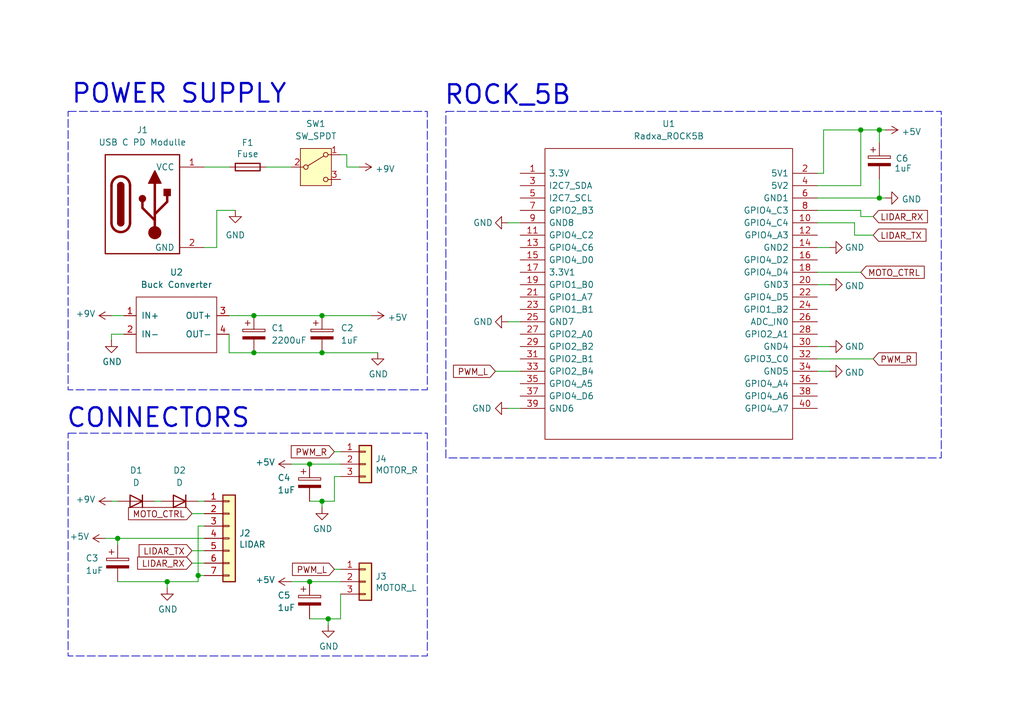
<source format=kicad_sch>
(kicad_sch (version 20231120) (generator "eeschema") (generator_version "8.0")
  (paper "A5")
  (title_block (title "DeltaBot Schematic"))
  (lib_symbols
    (symbol "Connector_Generic:Conn_01x03" (pin_names (offset 1.016) hide)
      (property "Reference" "J" (at 0 5.08 0))
      (property "Value" "Conn_01x03" (at 0 -5.08 0))
      (symbol "Conn_01x03_1_1"
        (rectangle (start -1.27 -2.413) (end 0 -2.667) (stroke (width 0.1524)))
        (rectangle (start -1.27 0.127) (end 0 -0.127) (stroke (width 0.1524)))
        (rectangle (start -1.27 2.667) (end 0 2.413) (stroke (width 0.1524)))
        (rectangle (start -1.27 3.81) (end 1.27 -3.81) (stroke (width 0.254)) (fill (type background)))
        (pin passive line (at -5.08 2.54 0) (length 3.81) (name "Pin_1") (number "1"))
        (pin passive line (at -5.08 0 0) (length 3.81) (name "Pin_2") (number "2"))
        (pin passive line (at -5.08 -2.54 0) (length 3.81) (name "Pin_3") (number "3"))
      )
    )
    (symbol "Connector_Generic:Conn_01x07" (pin_names (offset 1.016) hide)
      (property "Reference" "J" (at 0 10.16 0))
      (property "Value" "Conn_01x07" (at 0 -10.16 0))
      (symbol "Conn_01x07_1_1"
        (rectangle (start -1.27 -7.493) (end 0 -7.747) (stroke (width 0.1524)))
        (rectangle (start -1.27 -4.953) (end 0 -5.207) (stroke (width 0.1524)))
        (rectangle (start -1.27 -2.413) (end 0 -2.667) (stroke (width 0.1524)))
        (rectangle (start -1.27 0.127) (end 0 -0.127) (stroke (width 0.1524)))
        (rectangle (start -1.27 2.667) (end 0 2.413) (stroke (width 0.1524)))
        (rectangle (start -1.27 5.207) (end 0 4.953) (stroke (width 0.1524)))
        (rectangle (start -1.27 7.747) (end 0 7.493) (stroke (width 0.1524)))
        (rectangle (start -1.27 8.89) (end 1.27 -8.89) (stroke (width 0.254)) (fill (type background)))
        (pin passive line (at -5.08 7.62 0) (length 3.81) (name "Pin_1") (number "1"))
        (pin passive line (at -5.08 5.08 0) (length 3.81) (name "Pin_2") (number "2"))
        (pin passive line (at -5.08 2.54 0) (length 3.81) (name "Pin_3") (number "3"))
        (pin passive line (at -5.08 0 0) (length 3.81) (name "Pin_4") (number "4"))
        (pin passive line (at -5.08 -2.54 0) (length 3.81) (name "Pin_5") (number "5"))
        (pin passive line (at -5.08 -5.08 0) (length 3.81) (name "Pin_6") (number "6"))
        (pin passive line (at -5.08 -7.62 0) (length 3.81) (name "Pin_7") (number "7"))
      )
    )
    (symbol "Device:C_Polarized" (pin_numbers hide) (pin_names (offset 0.254))
      (property "Reference" "C" (at 0.635 2.54 0))
      (property "Value" "C_Polarized" (at 0.635 -2.54 0))
      (symbol "C_Polarized_0_1"
        (rectangle (start -2.286 0.508) (end 2.286 1.016))
        (polyline (pts (xy -1.778 2.286) (xy -0.762 2.286)))
        (polyline (pts (xy -1.27 2.794) (xy -1.27 1.778)))
        (rectangle (start 2.286 -0.508) (end -2.286 -1.016) (fill (type outline)))
      )
      (symbol "C_Polarized_1_1"
        (pin passive line (at 0 3.81 270) (length 2.794) (name "~") (number "1"))
        (pin passive line (at 0 -3.81 90) (length 2.794) (name "~") (number "2"))
      )
    )
    (symbol "Device:D" (pin_numbers hide) (pin_names (offset 1.016) hide)
      (property "Reference" "D" (at 0 2.54 0))
      (property "Value" "D" (at 0 -2.54 0))
      (symbol "D_0_1"
        (polyline (pts (xy -1.27 1.27) (xy -1.27 -1.27)) (stroke (width 0.254)))
        (polyline (pts (xy 1.27 0) (xy -1.27 0)))
        (polyline (pts (xy 1.27 1.27) (xy 1.27 -1.27) (xy -1.27 0) (xy 1.27 1.27)) (stroke (width 0.254)))
      )
      (symbol "D_1_1"
        (pin passive line (at -3.81 0 0) (length 2.54) (name "K") (number "1"))
        (pin passive line (at 3.81 0 180) (length 2.54) (name "A") (number "2"))
      )
    )
    (symbol "Device:Fuse" (pin_numbers hide) (pin_names (offset 0))
      (property "Reference" "F" (at 2.032 0 90))
      (property "Value" "Fuse" (at -1.905 0 90))
      (symbol "Fuse_0_1"
        (rectangle (start -0.762 -2.54) (end 0.762 2.54) (stroke (width 0.254)))
        (polyline (pts (xy 0 2.54) (xy 0 -2.54)))
      )
      (symbol "Fuse_1_1"
        (pin passive line (at 0 3.81 270) (length 1.27) (name "~") (number "1"))
        (pin passive line (at 0 -3.81 90) (length 1.27) (name "~") (number "2"))
      )
    )
    (symbol "Switch:SW_SPDT" (pin_names (offset 0) hide)
      (property "Reference" "SW" (at 0 5.08 0))
      (property "Value" "SW_SPDT" (at 0 -5.08 0))
      (symbol "SW_SPDT_0_1"
        (circle (center -2.032 0) (radius 0.4572))
        (polyline (pts (xy -1.651 0.254) (xy 1.651 2.286)))
        (circle (center 2.032 -2.54) (radius 0.4572))
        (circle (center 2.032 2.54) (radius 0.4572))
      )
      (symbol "SW_SPDT_1_1"
        (rectangle (start -3.175 3.81) (end 3.175 -3.81) (fill (type background)))
        (pin passive line (at 5.08 2.54 180) (length 2.54) (name "A") (number "1"))
        (pin passive line (at -5.08 0 0) (length 2.54) (name "B") (number "2"))
        (pin passive line (at 5.08 -2.54 180) (length 2.54) (name "C") (number "3"))
      )
    )
    (symbol "deltabot.lib:Buck Converter" (pin_names (offset 1.016))
      (property "Reference" "U1" (at 0.635 10.541 0))
      (property "Value" "Buck Converter" (at 0.635 8.2296 0))
      (symbol "Buck Converter_0_1"
        (rectangle (start -7.62 6.35) (end 8.89 -5.08))
      )
      (symbol "Buck Converter_1_1"
        (pin input line (at -10.16 2.54 0) (length 2.54) (name "IN+") (number "1"))
        (pin input line (at -10.16 -1.27 0) (length 2.54) (name "IN-") (number "2"))
        (pin input line (at 11.43 2.54 180) (length 2.54) (name "OUT+") (number "3"))
        (pin input line (at 11.43 -1.27 180) (length 2.54) (name "OUT-") (number "4"))
      )
    )
    (symbol "deltabot.lib:USB C PD Connector" (pin_names (offset 1.016))
      (property "Reference" "J" (at -3.048 13.462 0))
      (symbol "USB C PD Connector_0_1"
        (arc (start -8.89 -1.27) (mid -6.985 -3.1667) (end -5.08 -1.27) (stroke (width 0.508)))
        (arc (start -7.62 -1.27) (mid -6.985 -1.9023) (end -6.35 -1.27) (stroke (width 0.254)))
        (arc (start -7.62 -1.27) (mid -6.985 -1.9023) (end -6.35 -1.27) (stroke (width 0.254)) (fill (type outline)))
        (rectangle (start -7.62 -1.27) (end -6.35 6.35) (stroke (width 0.254)) (fill (type outline)))
        (arc (start -6.35 6.35) (mid -6.985 6.9823) (end -7.62 6.35) (stroke (width 0.254)))
        (arc (start -6.35 6.35) (mid -6.985 6.9823) (end -7.62 6.35) (stroke (width 0.254)) (fill (type outline)))
        (arc (start -5.08 6.35) (mid -6.985 8.2467) (end -8.89 6.35) (stroke (width 0.508)))
        (circle (center -2.54 3.683) (radius 0.635) (stroke (width 0.254)) (fill (type outline)))
        (circle (center 0 -3.302) (radius 1.27) (fill (type outline)))
        (polyline (pts (xy -8.89 -1.27) (xy -8.89 6.35)) (stroke (width 0.508)))
        (polyline (pts (xy -5.08 6.35) (xy -5.08 -1.27)) (stroke (width 0.508)))
        (polyline (pts (xy 0 -3.302) (xy 0 6.858)) (stroke (width 0.508)))
        (polyline (pts (xy 0 -0.762) (xy -2.54 1.778) (xy -2.54 3.048)) (stroke (width 0.508)))
        (polyline (pts (xy 0 0.508) (xy 2.54 3.048) (xy 2.54 4.318)) (stroke (width 0.508)))
        (polyline (pts (xy -1.27 6.858) (xy 0 9.398) (xy 1.27 6.858) (xy -1.27 6.858)) (stroke (width 0.254)) (fill (type outline)))
        (rectangle (start 1.905 4.318) (end 3.175 5.588) (stroke (width 0.254)) (fill (type outline)))
      )
      (symbol "USB C PD Connector_1_1"
        (rectangle (start -10.16 12.7) (end 5.08 -7.62) (stroke (width 0.254)))
        (pin passive line (at 10.16 10.16 180) (length 5.08) (name "VCC") (number "1"))
        (pin passive line (at 10.16 -6.35 180) (length 5.08) (name "GND") (number "2"))
      )
    )
    (symbol "power:+5V" (power) (pin_numbers hide) (pin_names (offset 0) hide)
      (property "Value" "+5V" (at 0 3.556 0))
      (symbol "+5V_0_1"
        (polyline (pts (xy -0.762 1.27) (xy 0 2.54)))
        (polyline (pts (xy 0 0) (xy 0 2.54)))
        (polyline (pts (xy 0 2.54) (xy 0.762 1.27)))
      )
      (symbol "+5V_1_1"
        (pin power_in line (at 0 0 90) (length 0) (name "~") (number "1"))
      )
    )
    (symbol "power:+BATT" (power) (pin_numbers hide) (pin_names (offset 0) hide)
      (property "Value" "+BATT" (at 0 3.556 0))
      (symbol "+BATT_0_1"
        (polyline (pts (xy -0.762 1.27) (xy 0 2.54)))
        (polyline (pts (xy 0 0) (xy 0 2.54)))
        (polyline (pts (xy 0 2.54) (xy 0.762 1.27)))
      )
      (symbol "+BATT_1_1"
        (pin power_in line (at 0 0 90) (length 0) (name "~") (number "1"))
      )
    )
    (symbol "power:GND" (power) (pin_numbers hide) (pin_names (offset 0) hide)
      (property "Value" "GND" (at 0 -3.81 0))
      (symbol "GND_0_1"
        (polyline (pts (xy 0 0) (xy 0 -1.27) (xy 1.27 -1.27) (xy 0 -2.54) (xy -1.27 -1.27) (xy 0 -1.27)))
      )
      (symbol "GND_1_1"
        (pin power_in line (at 0 0 270) (length 0) (name "~") (number "1"))
      )
    )
    (symbol "radxa_rock5b.lib:Radxa_ROCK5B" (pin_names (offset 0.762))
      (property "Reference" "RADXA" (at 30.48 27.94 0))
      (property "Value" "Radxa_ROCK5B" (at 30.48 25.4 0))
      (symbol "Radxa_ROCK5B_0_1"
        (polyline (pts (xy 5.08 5.08) (xy 55.88 5.08) (xy 55.88 -54.61) (xy 5.08 -54.61) (xy 5.08 5.08)) (stroke (width 0.1524)))
      )
      (symbol "Radxa_ROCK5B_1_0"
        (pin bidirectional line (at 0 0 0) (length 5.08) (name "3.3V") (number "1"))
        (pin bidirectional line (at 60.96 -10.16 180) (length 5.08) (name "GPIO4_C4") (number "10"))
        (pin bidirectional line (at 0 -12.7 0) (length 5.08) (name "GPIO4_C2") (number "11"))
        (pin bidirectional line (at 60.96 -12.7 180) (length 5.08) (name "GPIO4_A3") (number "12"))
        (pin bidirectional line (at 0 -15.24 0) (length 5.08) (name "GPIO4_C6") (number "13"))
        (pin bidirectional line (at 60.96 -15.24 180) (length 5.08) (name "GND2") (number "14"))
        (pin bidirectional line (at 0 -17.78 0) (length 5.08) (name "GPIO4_D0") (number "15"))
        (pin bidirectional line (at 60.96 -17.78 180) (length 5.08) (name "GPIO4_D2") (number "16"))
        (pin bidirectional line (at 0 -20.32 0) (length 5.08) (name "3.3V1") (number "17"))
        (pin bidirectional line (at 60.96 -20.32 180) (length 5.08) (name "GPIO4_D4") (number "18"))
        (pin bidirectional line (at 0 -22.86 0) (length 5.08) (name "GPIO1_B0") (number "19"))
        (pin bidirectional line (at 60.96 0 180) (length 5.08) (name "5V1") (number "2"))
        (pin bidirectional line (at 60.96 -22.86 180) (length 5.08) (name "GND3") (number "20"))
        (pin bidirectional line (at 0 -25.4 0) (length 5.08) (name "GPIO1_A7") (number "21"))
        (pin bidirectional line (at 60.96 -25.4 180) (length 5.08) (name "GPIO4_D5") (number "22"))
        (pin bidirectional line (at 0 -27.94 0) (length 5.08) (name "GPIO1_B1") (number "23"))
        (pin bidirectional line (at 60.96 -27.94 180) (length 5.08) (name "GPIO1_B2") (number "24"))
        (pin bidirectional line (at 0 -30.48 0) (length 5.08) (name "GND7") (number "25"))
        (pin bidirectional line (at 60.96 -30.48 180) (length 5.08) (name "ADC_IN0") (number "26"))
        (pin bidirectional line (at 0 -33.02 0) (length 5.08) (name "GPIO2_A0") (number "27"))
        (pin bidirectional line (at 60.96 -33.02 180) (length 5.08) (name "GPIO2_A1") (number "28"))
        (pin bidirectional line (at 0 -35.56 0) (length 5.08) (name "GPIO2_B2") (number "29"))
        (pin bidirectional line (at 0 -2.54 0) (length 5.08) (name "I2C7_SDA") (number "3"))
        (pin bidirectional line (at 60.96 -35.56 180) (length 5.08) (name "GND4") (number "30"))
        (pin bidirectional line (at 0 -38.1 0) (length 5.08) (name "GPIO2_B1") (number "31"))
        (pin bidirectional line (at 60.96 -38.1 180) (length 5.08) (name "GPIO3_C0") (number "32"))
        (pin bidirectional line (at 0 -40.64 0) (length 5.08) (name "GPIO2_B4") (number "33"))
        (pin bidirectional line (at 60.96 -40.64 180) (length 5.08) (name "GND5") (number "34"))
        (pin bidirectional line (at 0 -43.18 0) (length 5.08) (name "GPIO4_A5") (number "35"))
        (pin bidirectional line (at 60.96 -43.18 180) (length 5.08) (name "GPIO4_A4") (number "36"))
        (pin bidirectional line (at 0 -45.72 0) (length 5.08) (name "GPIO4_D6") (number "37"))
        (pin bidirectional line (at 60.96 -45.72 180) (length 5.08) (name "GPIO4_A6") (number "38"))
        (pin bidirectional line (at 0 -48.26 0) (length 5.08) (name "GND6") (number "39"))
        (pin bidirectional line (at 60.96 -2.54 180) (length 5.08) (name "5V2") (number "4"))
        (pin bidirectional line (at 60.96 -48.26 180) (length 5.08) (name "GPIO4_A7") (number "40"))
        (pin bidirectional line (at 0 -5.08 0) (length 5.08) (name "I2C7_SCL") (number "5"))
        (pin bidirectional line (at 60.96 -5.08 180) (length 5.08) (name "GND1") (number "6"))
        (pin bidirectional line (at 0 -7.62 0) (length 5.08) (name "GPIO2_B3") (number "7"))
        (pin bidirectional line (at 60.96 -7.62 180) (length 5.08) (name "GPIO4_C3") (number "8"))
        (pin bidirectional line (at 0 -10.16 0) (length 5.08) (name "GND8") (number "9"))
      )
    )
  )
  (junction (at 52.07 72.39))
  (junction (at 66.04 102.87))
  (junction (at 40.64 118.11))
  (junction (at 34.29 119.38))
  (junction (at 67.31 127))
  (junction (at 66.04 64.77))
  (junction (at 63.5 95.25))
  (junction (at 180.34 40.64))
  (junction (at 66.04 72.39))
  (junction (at 180.34 26.67))
  (junction (at 63.5 119.38))
  (junction (at 176.53 26.67))
  (junction (at 24.13 110.49))
  (junction (at 52.07 64.77))
  (wire (pts (xy 167.64 55.88) (xy 176.53 55.88)))
  (wire (pts (xy 167.64 71.12) (xy 170.18 71.12)))
  (wire (pts (xy 22.86 68.58) (xy 22.86 69.85)))
  (wire (pts (xy 24.13 119.38) (xy 34.29 119.38)))
  (wire (pts (xy 101.6 76.2) (xy 106.68 76.2)))
  (wire (pts (xy 24.13 110.49) (xy 41.91 110.49)))
  (wire (pts (xy 176.53 43.18) (xy 167.64 43.18)))
  (wire (pts (xy 66.04 102.87) (xy 66.04 104.14)))
  (wire (pts (xy 180.34 36.83) (xy 180.34 40.64)))
  (wire (pts (xy 46.99 72.39) (xy 52.07 72.39)))
  (wire (pts (xy 176.53 44.45) (xy 179.07 44.45)))
  (wire (pts (xy 41.91 34.29) (xy 46.99 34.29)))
  (wire (pts (xy 66.04 64.77) (xy 76.2 64.77)))
  (wire (pts (xy 25.4 68.58) (xy 22.86 68.58)))
  (wire (pts (xy 69.85 97.79) (xy 68.58 97.79)))
  (wire (pts (xy 34.29 119.38) (xy 40.64 119.38)))
  (wire (pts (xy 66.04 72.39) (xy 77.47 72.39)))
  (wire (pts (xy 167.64 58.42) (xy 170.18 58.42)))
  (wire (pts (xy 176.53 44.45) (xy 176.53 43.18)))
  (wire (pts (xy 68.58 97.79) (xy 68.58 102.87)))
  (wire (pts (xy 104.14 83.82) (xy 106.68 83.82)))
  (wire (pts (xy 66.04 102.87) (xy 68.58 102.87)))
  (wire (pts (xy 40.64 119.38) (xy 40.64 118.11)))
  (wire (pts (xy 180.34 40.64) (xy 181.61 40.64)))
  (wire (pts (xy 69.85 31.75) (xy 71.12 31.75)))
  (wire (pts (xy 24.13 111.76) (xy 24.13 110.49)))
  (wire (pts (xy 167.64 50.8) (xy 170.18 50.8)))
  (wire (pts (xy 46.99 64.77) (xy 52.07 64.77)))
  (wire (pts (xy 40.64 102.87) (xy 41.91 102.87)))
  (wire (pts (xy 167.64 40.64) (xy 180.34 40.64)))
  (wire (pts (xy 175.26 45.72) (xy 167.64 45.72)))
  (wire (pts (xy 175.26 48.26) (xy 175.26 45.72)))
  (wire (pts (xy 34.29 120.65) (xy 34.29 119.38)))
  (wire (pts (xy 46.99 72.39) (xy 46.99 68.58)))
  (wire (pts (xy 167.64 73.66) (xy 179.07 73.66)))
  (wire (pts (xy 52.07 72.39) (xy 66.04 72.39)))
  (wire (pts (xy 39.37 113.03) (xy 41.91 113.03)))
  (wire (pts (xy 22.86 64.77) (xy 25.4 64.77)))
  (wire (pts (xy 59.69 95.25) (xy 63.5 95.25)))
  (wire (pts (xy 59.69 119.38) (xy 63.5 119.38)))
  (wire (pts (xy 33.02 102.87) (xy 31.75 102.87)))
  (wire (pts (xy 63.5 119.38) (xy 69.85 119.38)))
  (wire (pts (xy 180.34 29.21) (xy 180.34 26.67)))
  (wire (pts (xy 63.5 102.87) (xy 66.04 102.87)))
  (wire (pts (xy 52.07 64.77) (xy 66.04 64.77)))
  (wire (pts (xy 175.26 48.26) (xy 179.07 48.26)))
  (wire (pts (xy 176.53 26.67) (xy 176.53 38.1)))
  (wire (pts (xy 176.53 26.67) (xy 180.34 26.67)))
  (wire (pts (xy 71.12 34.29) (xy 73.66 34.29)))
  (wire (pts (xy 104.14 66.04) (xy 106.68 66.04)))
  (wire (pts (xy 40.64 107.95) (xy 41.91 107.95)))
  (wire (pts (xy 44.45 43.18) (xy 48.26 43.18)))
  (wire (pts (xy 180.34 26.67) (xy 181.61 26.67)))
  (wire (pts (xy 176.53 38.1) (xy 167.64 38.1)))
  (wire (pts (xy 167.64 76.2) (xy 170.18 76.2)))
  (wire (pts (xy 68.58 116.84) (xy 69.85 116.84)))
  (wire (pts (xy 67.31 127) (xy 69.85 127)))
  (wire (pts (xy 40.64 107.95) (xy 40.64 118.11)))
  (wire (pts (xy 168.91 26.67) (xy 168.91 35.56)))
  (wire (pts (xy 44.45 50.8) (xy 44.45 43.18)))
  (wire (pts (xy 104.14 45.72) (xy 106.68 45.72)))
  (wire (pts (xy 68.58 92.71) (xy 69.85 92.71)))
  (wire (pts (xy 63.5 95.25) (xy 69.85 95.25)))
  (wire (pts (xy 54.61 34.29) (xy 59.69 34.29)))
  (wire (pts (xy 63.5 127) (xy 67.31 127)))
  (wire (pts (xy 39.37 115.57) (xy 41.91 115.57)))
  (wire (pts (xy 168.91 26.67) (xy 176.53 26.67)))
  (wire (pts (xy 69.85 121.92) (xy 69.85 127)))
  (wire (pts (xy 41.91 50.8) (xy 44.45 50.8)))
  (wire (pts (xy 40.64 118.11) (xy 41.91 118.11)))
  (wire (pts (xy 22.86 102.87) (xy 24.13 102.87)))
  (wire (pts (xy 39.37 105.41) (xy 41.91 105.41)))
  (wire (pts (xy 168.91 35.56) (xy 167.64 35.56)))
  (wire (pts (xy 71.12 31.75) (xy 71.12 34.29)))
  (wire (pts (xy 21.59 110.49) (xy 24.13 110.49)))
  (wire (pts (xy 67.31 127) (xy 67.31 128.27)))
  (rectangle (start 13.97 88.9) (end 87.63 134.62) (stroke (width 0) (type dash)))
  (rectangle (start 91.44 22.86) (end 193.04 93.98) (stroke (width 0) (type dash)))
  (rectangle (start 13.97 22.86) (end 87.63 80.01) (stroke (width 0) (type dash)))
  (text "POWER SUPPLY\n" (at 14.478 21.59 0) (effects (font (size 3.81 3.81) (thickness 0.4763)) (justify left bottom)))
  (text "CONNECTORS" (at 13.462 88.138 0) (effects (font (size 3.81 3.81) (thickness 0.4763)) (justify left bottom)))
  (text "ROCK_5B\n" (at 90.932 21.844 0) (effects (font (size 3.81 3.81) (thickness 0.4763)) (justify left bottom)))
  (global_label "MOTO_CTRL" (shape input) (at 176.53 55.88 0) (property "Intersheetrefs" "${INTERSHEET_REFS}" (effects (hide yes))))
  (global_label "PWM_L" (shape input) (at 101.6 76.2 180) (property "Intersheetrefs" "${INTERSHEET_REFS}" (effects (hide yes))))
  (global_label "LIDAR_TX" (shape input) (at 39.37 113.03 180) (property "Intersheetrefs" "${INTERSHEET_REFS}" (effects (hide yes))))
  (global_label "MOTO_CTRL" (shape input) (at 39.37 105.41 180) (property "Intersheetrefs" "${INTERSHEET_REFS}" (effects (hide yes))))
  (global_label "PWM_L" (shape input) (at 68.58 116.84 180) (property "Intersheetrefs" "${INTERSHEET_REFS}" (effects (hide yes))))
  (global_label "PWM_R" (shape input) (at 179.07 73.66 0) (property "Intersheetrefs" "${INTERSHEET_REFS}" (effects (hide yes))))
  (global_label "PWM_R" (shape input) (at 68.58 92.71 180) (property "Intersheetrefs" "${INTERSHEET_REFS}" (effects (hide yes))))
  (global_label "LIDAR_RX" (shape input) (at 179.07 44.45 0) (property "Intersheetrefs" "${INTERSHEET_REFS}" (effects (hide yes))))
  (global_label "LIDAR_TX" (shape input) (at 179.07 48.26 0) (property "Intersheetrefs" "${INTERSHEET_REFS}" (effects (hide yes))))
  (global_label "LIDAR_RX" (shape input) (at 39.37 115.57 180) (property "Intersheetrefs" "${INTERSHEET_REFS}" (effects (hide yes))))
  (symbol (lib_id "Device:Fuse") (at 50.8 34.29 270) (unit 1)
    (property "Reference" "F1" (at 50.8 29.2862 90))
    (property "Value" "Fuse" (at 50.8 31.5976 90))
    (property "Footprint" "deltabot:Fuseholder_Cylinder-5x20mm_Schurter_0031_8201_Horizontal_Open" (effects (hide yes)))
  )
  (symbol (lib_id "power:+BATT") (at 73.66 34.29 270) (unit 1)
    (property "Reference" "#PWR0102" (effects (hide yes)))
    (property "Value" "+9V" (at 76.9112 34.671 90) (effects (justify left)))
  )
  (symbol (lib_id "power:+BATT") (at 22.86 64.77 90) (unit 1)
    (property "Reference" "#PWR02" (effects (hide yes)))
    (property "Value" "+9V" (at 19.6088 64.389 90) (effects (justify left)))
  )
  (symbol (lib_id "power:GND") (at 22.86 69.85 0) (unit 1)
    (property "Reference" "#PWR03" (effects (hide yes)))
    (property "Value" "GND" (at 22.987 74.2442 0))
  )
  (symbol (lib_id "power:GND") (at 77.47 72.39 0) (unit 1)
    (property "Reference" "#PWR06" (effects (hide yes)))
    (property "Value" "GND" (at 77.597 76.7842 0))
  )
  (symbol (lib_id "power:+5V") (at 76.2 64.77 270) (unit 1)
    (property "Reference" "#PWR05" (effects (hide yes)))
    (property "Value" "+5V" (at 79.4512 65.151 90) (effects (justify left)))
  )
  (symbol (lib_id "Connector_Generic:Conn_01x07") (at 46.99 110.49 0) (unit 1)
    (property "Reference" "J2" (at 49.022 109.4232 0) (effects (justify left)))
    (property "Value" "LIDAR" (at 49.022 111.7346 0) (effects (justify left)))
    (property "Footprint" "deltabot:PinHeader_1x07_P2.54mm_Vertical" (effects (hide yes)))
  )
  (symbol (lib_id "power:GND") (at 34.29 120.65 0) (unit 1)
    (property "Reference" "#PWR09" (effects (hide yes)))
    (property "Value" "GND" (at 34.417 125.0442 0))
  )
  (symbol (lib_id "power:+BATT") (at 22.86 102.87 90) (unit 1)
    (property "Reference" "#PWR07" (effects (hide yes)))
    (property "Value" "+9V" (at 19.6088 102.489 90) (effects (justify left)))
  )
  (symbol (lib_id "power:+5V") (at 21.59 110.49 90) (unit 1)
    (property "Reference" "#PWR08" (effects (hide yes)))
    (property "Value" "+5V" (at 18.3388 110.109 90) (effects (justify left)))
  )
  (symbol (lib_id "Connector_Generic:Conn_01x03") (at 74.93 95.25 0) (unit 1)
    (property "Reference" "J4" (at 76.962 94.1832 0) (effects (justify left)))
    (property "Value" "MOTOR_R" (at 76.962 96.4946 0) (effects (justify left)))
    (property "Footprint" "deltabot:PinHeader_1x03_P2.54mm_Vertical" (effects (hide yes)))
  )
  (symbol (lib_id "Connector_Generic:Conn_01x03") (at 74.93 119.38 0) (unit 1)
    (property "Reference" "J3" (at 76.962 118.3132 0) (effects (justify left)))
    (property "Value" "MOTOR_L" (at 76.962 120.6246 0) (effects (justify left)))
    (property "Footprint" "deltabot:PinHeader_1x03_P2.54mm_Vertical" (effects (hide yes)))
  )
  (symbol (lib_id "power:+5V") (at 59.69 119.38 90) (unit 1)
    (property "Reference" "#PWR010" (effects (hide yes)))
    (property "Value" "+5V" (at 56.4388 118.999 90) (effects (justify left)))
  )
  (symbol (lib_id "power:GND") (at 67.31 128.27 0) (unit 1)
    (property "Reference" "#PWR011" (effects (hide yes)))
    (property "Value" "GND" (at 67.437 132.6642 0))
  )
  (symbol (lib_id "power:+5V") (at 59.69 95.25 90) (unit 1)
    (property "Reference" "#PWR012" (effects (hide yes)))
    (property "Value" "+5V" (at 56.4388 94.869 90) (effects (justify left)))
  )
  (symbol (lib_id "power:GND") (at 66.04 104.14 0) (unit 1)
    (property "Reference" "#PWR013" (effects (hide yes)))
    (property "Value" "GND" (at 66.167 108.5342 0))
  )
  (symbol (lib_id "power:GND") (at 104.14 45.72 270) (unit 1)
    (property "Reference" "#PWR016" (effects (hide yes)))
    (property "Value" "GND" (at 99.06 45.72 90))
  )
  (symbol (lib_id "power:GND") (at 104.14 66.04 270) (unit 1)
    (property "Reference" "#PWR018" (effects (hide yes)))
    (property "Value" "GND" (at 99.06 66.04 90))
  )
  (symbol (lib_id "power:GND") (at 104.14 83.82 270) (unit 1)
    (property "Reference" "#PWR019" (effects (hide yes)))
    (property "Value" "GND" (at 98.806 83.82 90))
  )
  (symbol (lib_id "power:GND") (at 181.61 40.64 90) (unit 1)
    (property "Reference" "#PWR020" (effects (hide yes)))
    (property "Value" "GND" (at 186.944 40.894 90))
  )
  (symbol (lib_id "power:GND") (at 170.18 50.8 90) (unit 1)
    (property "Reference" "#PWR021" (effects (hide yes)))
    (property "Value" "GND" (at 175.26 50.8 90))
  )
  (symbol (lib_id "power:GND") (at 170.18 58.42 90) (unit 1)
    (property "Reference" "#PWR022" (effects (hide yes)))
    (property "Value" "GND" (at 175.26 58.674 90))
  )
  (symbol (lib_id "power:GND") (at 170.18 71.12 90) (unit 1)
    (property "Reference" "#PWR023" (effects (hide yes)))
    (property "Value" "GND" (at 175.26 71.12 90))
  )
  (symbol (lib_id "Device:D") (at 36.83 102.87 180) (unit 1)
    (property "Reference" "D2" (at 36.83 96.52 0))
    (property "Value" "D" (at 36.83 99.06 0))
    (property "Footprint" "deltabot:D_DO-41_SOD81_P10.16mm_Horizontal" (effects (hide yes)))
    (property "Description" "Diode" (effects (hide yes)))
    (property "Sim.Device" "D" (effects (hide yes)))
    (property "Sim.Pins" "1=K 2=A" (effects (hide yes)))
  )
  (symbol (lib_id "Device:D") (at 27.94 102.87 180) (unit 1)
    (property "Reference" "D1" (at 27.94 96.52 0))
    (property "Value" "D" (at 27.94 99.06 0))
    (property "Footprint" "deltabot:D_DO-41_SOD81_P10.16mm_Horizontal" (effects (hide yes)))
    (property "Description" "Diode" (effects (hide yes)))
    (property "Sim.Device" "D" (effects (hide yes)))
    (property "Sim.Pins" "1=K 2=A" (effects (hide yes)))
  )
  (symbol (lib_id "radxa_rock5b.lib:Radxa_ROCK5B") (at 106.68 35.56 0) (unit 1)
    (property "Reference" "U1" (at 137.16 25.4 0))
    (property "Value" "Radxa_ROCK5B" (at 137.16 27.94 0))
    (property "Footprint" "deltabot:ROCK_5B" (effects (hide yes)))
    (property "Datasheet" "https://dl.radxa.com/rock5/5b/docs/hw/radxa_rock5b_v13_sch.pdf" (effects (hide yes)))
    (property "Description" "Radxa ROCK 5 Model B" (effects (hide yes)))
    (property "Description_1" "8K Single Board Computer" (effects (hide yes)))
    (property "Manufacturer_Name" "RADXA" (effects (hide yes)))
    (property "Manufacturer_Part_Number" "ROCK5B V1.3" (effects (hide yes)))
  )
  (symbol (lib_id "power:GND") (at 48.26 43.18 0) (unit 1)
    (property "Reference" "#PWR015" (effects (hide yes)))
    (property "Value" "GND" (at 48.26 48.26 0))
    (property "Description" "Power symbol creates a global label with name \"GND\" , ground" (effects (hide yes)))
  )
  (symbol (lib_id "Device:C_Polarized") (at 180.34 33.02 0) (unit 1)
    (property "Reference" "C6" (at 183.642 32.512 0) (effects (justify left)))
    (property "Value" "1uF" (at 183.388 34.544 0) (effects (justify left)))
    (property "Footprint" "deltabot:C_Disc_D3.0mm_W2.0mm_P2.50mm" (effects (hide yes)))
    (property "Description" "Polarized capacitor" (effects (hide yes)))
  )
  (symbol (lib_id "Device:C_Polarized") (at 63.5 123.19 0) (unit 1)
    (property "Reference" "C5" (at 56.896 122.174 0) (effects (justify left)))
    (property "Value" "1uF" (at 56.896 124.714 0) (effects (justify left)))
    (property "Footprint" "deltabot:C_Disc_D3.0mm_W2.0mm_P2.50mm" (effects (hide yes)))
    (property "Description" "Polarized capacitor" (effects (hide yes)))
  )
  (symbol (lib_id "Device:C_Polarized") (at 66.04 68.58 0) (unit 1)
    (property "Reference" "C2" (at 69.85 67.31 0) (effects (justify left)))
    (property "Value" "1uF" (at 69.85 69.85 0) (effects (justify left)))
    (property "Footprint" "deltabot:C_Disc_D3.0mm_W2.0mm_P2.50mm" (effects (hide yes)))
    (property "Description" "Polarized capacitor" (effects (hide yes)))
  )
  (symbol (lib_id "power:+5V") (at 181.61 26.67 270) (unit 1)
    (property "Reference" "#PWR014" (effects (hide yes)))
    (property "Value" "+5V" (at 184.8612 27.051 90) (effects (justify left)))
  )
  (symbol (lib_id "Device:C_Polarized") (at 63.5 99.06 0) (unit 1)
    (property "Reference" "C4" (at 56.896 98.044 0) (effects (justify left)))
    (property "Value" "1uF" (at 56.896 100.584 0) (effects (justify left)))
    (property "Footprint" "deltabot:C_Disc_D3.0mm_W2.0mm_P2.50mm" (effects (hide yes)))
    (property "Description" "Polarized capacitor" (effects (hide yes)))
  )
  (symbol (lib_id "deltabot.lib:USB C PD Connector") (at 31.75 44.45 0) (unit 1)
    (property "Reference" "J1" (at 29.21 26.67 0))
    (property "Value" "USB C PD Modulle" (at 29.21 29.21 0))
    (property "Footprint" "deltabot:USB_C" (effects (hide yes)))
    (property "Datasheet" "https://www.usb.org/sites/default/files/documents/usb_type-c.zip" (effects (hide yes)))
    (property "Description" "USB C PD Connector" (effects (hide yes)))
  )
  (symbol (lib_id "power:GND") (at 170.18 76.2 90) (unit 1)
    (property "Reference" "#PWR025" (effects (hide yes)))
    (property "Value" "GND" (at 175.26 76.454 90))
  )
  (symbol (lib_id "Switch:SW_SPDT") (at 64.77 34.29 0) (unit 1)
    (property "Reference" "SW1" (at 64.77 25.4 0))
    (property "Value" "SW_SPDT" (at 64.77 27.94 0))
    (property "Footprint" "deltabot:TE_4-1825136-5" (effects (hide yes)))
    (property "Description" "Switch, single pole double throw" (effects (hide yes)))
  )
  (symbol (lib_id "deltabot.lib:Buck Converter") (at 35.56 67.31 0) (unit 1)
    (property "Reference" "U2" (at 36.195 55.88 0))
    (property "Value" "Buck Converter" (at 36.195 58.42 0))
    (property "Footprint" "deltabot:BUCK_CONV" (effects (hide yes)))
  )
  (symbol (lib_id "Device:C_Polarized") (at 52.07 68.58 0) (unit 1)
    (property "Reference" "C1" (at 55.626 67.31 0) (effects (justify left)))
    (property "Value" "2200uF" (at 55.626 69.85 0) (effects (justify left)))
    (property "Footprint" "deltabot:CP_Radial_D12.5mm_P5.00mm" (effects (hide yes)))
    (property "Description" "Polarized capacitor" (effects (hide yes)))
  )
  (symbol (lib_id "Device:C_Polarized") (at 24.13 115.57 0) (unit 1)
    (property "Reference" "C3" (at 17.526 114.554 0) (effects (justify left)))
    (property "Value" "1uF" (at 17.526 117.094 0) (effects (justify left)))
    (property "Footprint" "deltabot:C_Disc_D3.0mm_W2.0mm_P2.50mm" (effects (hide yes)))
    (property "Description" "Polarized capacitor" (effects (hide yes)))
  )
)
</source>
